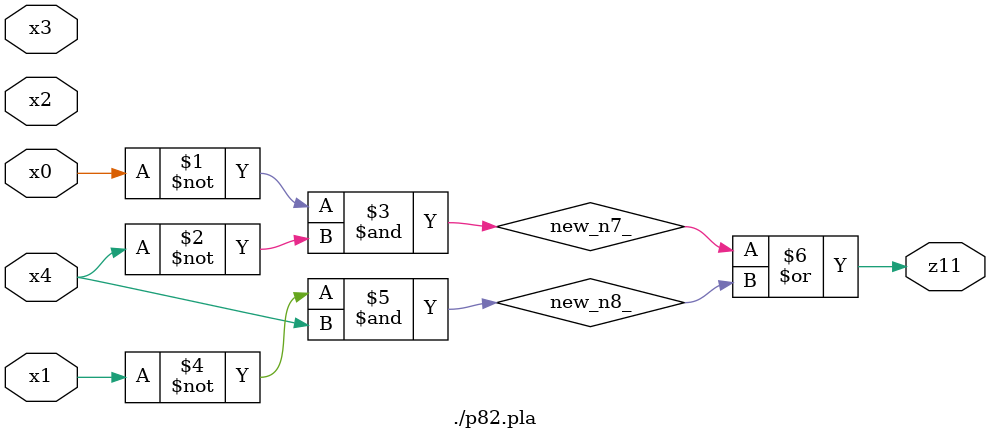
<source format=v>

module \./p82.pla  ( 
    x0, x1, x2, x3, x4,
    z11  );
  input  x0, x1, x2, x3, x4;
  output z11;
  wire new_n7_, new_n8_;
  assign new_n7_ = ~x0 & ~x4;
  assign new_n8_ = ~x1 & x4;
  assign z11 = new_n7_ | new_n8_;
endmodule



</source>
